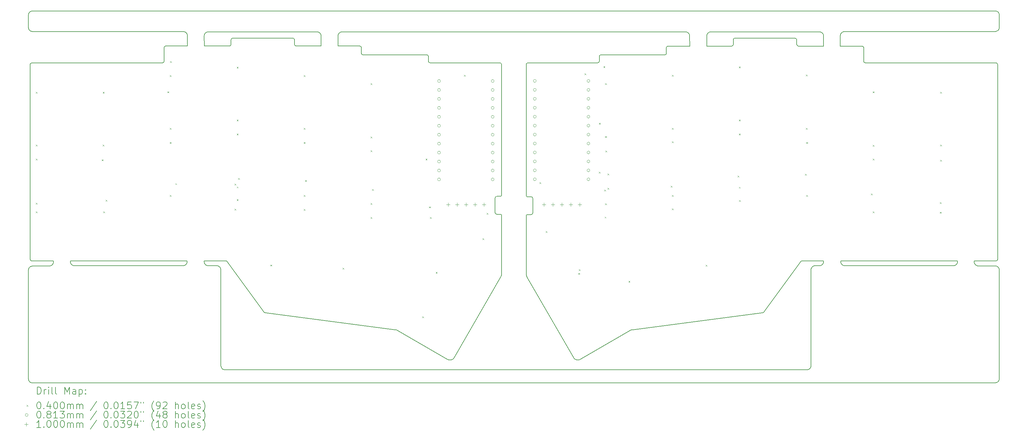
<source format=gbr>
%TF.GenerationSoftware,KiCad,Pcbnew,(6.0.9-0)*%
%TF.CreationDate,2022-12-17T11:17:15-06:00*%
%TF.ProjectId,corne-ice,636f726e-652d-4696-9365-2e6b69636164,0.1*%
%TF.SameCoordinates,Original*%
%TF.FileFunction,Drillmap*%
%TF.FilePolarity,Positive*%
%FSLAX45Y45*%
G04 Gerber Fmt 4.5, Leading zero omitted, Abs format (unit mm)*
G04 Created by KiCad (PCBNEW (6.0.9-0)) date 2022-12-17 11:17:15*
%MOMM*%
%LPD*%
G01*
G04 APERTURE LIST*
%ADD10C,0.200000*%
%ADD11C,0.040000*%
%ADD12C,0.081280*%
%ADD13C,0.100000*%
G04 APERTURE END LIST*
D10*
X1780750Y-8302031D02*
X1781250Y-8325000D01*
X1781250Y-8325000D02*
X1781230Y-8325200D01*
X1781230Y-8325200D02*
X1781230Y-8325200D01*
X1781230Y-8325200D02*
X1778960Y-8348300D01*
X1778960Y-8348300D02*
X1778960Y-8348300D01*
X1778960Y-8348300D02*
X1778960Y-8348300D01*
X1778960Y-8348300D02*
X1778960Y-8348400D01*
X1778960Y-8348400D02*
X1778860Y-8348800D01*
X1778860Y-8348800D02*
X1778770Y-8349300D01*
X1778770Y-8349300D02*
X1772080Y-8371400D01*
X1772080Y-8371400D02*
X1772060Y-8371500D01*
X1772060Y-8371500D02*
X1771880Y-8371900D01*
X1771880Y-8371900D02*
X1771700Y-8372400D01*
X1771700Y-8372400D02*
X1760820Y-8392800D01*
X1760820Y-8392800D02*
X1760790Y-8392900D01*
X1760790Y-8392900D02*
X1760540Y-8393200D01*
X1760540Y-8393200D02*
X1760280Y-8393600D01*
X1760280Y-8393600D02*
X1745640Y-8411600D01*
X1745640Y-8411600D02*
X1745640Y-8411600D01*
X1745640Y-8411600D02*
X1745640Y-8411600D01*
X1745640Y-8411600D02*
X1745590Y-8411600D01*
X1745590Y-8411600D02*
X1745270Y-8412000D01*
X1745270Y-8412000D02*
X1744950Y-8412300D01*
X1744950Y-8412300D02*
X1727090Y-8427100D01*
X1727090Y-8427100D02*
X1727040Y-8427100D01*
X1727040Y-8427100D02*
X1726660Y-8427300D01*
X1726660Y-8427300D02*
X1726280Y-8427600D01*
X1726280Y-8427600D02*
X1705900Y-8438600D01*
X1705900Y-8438600D02*
X1705900Y-8438600D01*
X1705900Y-8438600D02*
X1705900Y-8438600D01*
X1705900Y-8438600D02*
X1705830Y-8438700D01*
X1705830Y-8438700D02*
X1705420Y-8438800D01*
X1705420Y-8438800D02*
X1705000Y-8439000D01*
X1705000Y-8439000D02*
X1682860Y-8445900D01*
X1682860Y-8445900D02*
X1682790Y-8445900D01*
X1682790Y-8445900D02*
X1682350Y-8446000D01*
X1682350Y-8446000D02*
X1681900Y-8446000D01*
X1681900Y-8446000D02*
X1658850Y-8448500D01*
X1658850Y-8448500D02*
X1658780Y-8448500D01*
X1658780Y-8448500D02*
X1658560Y-8448500D01*
X1658560Y-8448500D02*
X1658350Y-8448500D01*
X1658350Y-8448500D02*
X1657750Y-8448500D01*
X1657750Y-8448500D02*
X1657740Y-8448500D01*
X1657740Y-8448500D02*
X1182520Y-8448500D01*
X1182520Y-8448500D02*
X1181940Y-8448500D01*
X1181940Y-8448500D02*
X1159630Y-8450800D01*
X1159630Y-8450800D02*
X1138430Y-8457400D01*
X1138430Y-8457400D02*
X1118910Y-8468000D01*
X1118910Y-8468000D02*
X1101800Y-8482100D01*
X1101800Y-8482100D02*
X1087780Y-8499300D01*
X1087780Y-8499300D02*
X1077360Y-8518900D01*
X1077360Y-8518900D02*
X1070940Y-8540200D01*
X1070940Y-8540200D02*
X1068750Y-8562500D01*
X1068750Y-11649700D02*
X1068750Y-11650300D01*
X1068750Y-11650300D02*
X1071100Y-11672600D01*
X1071100Y-11672600D02*
X1077660Y-11693800D01*
X1077660Y-11693800D02*
X1088220Y-11713300D01*
X1088220Y-11713300D02*
X1102360Y-11730400D01*
X1102360Y-11730400D02*
X1119570Y-11744500D01*
X1119570Y-11744500D02*
X1139160Y-11754900D01*
X1139160Y-11754900D02*
X1160410Y-11761300D01*
X1160410Y-11761300D02*
X1182740Y-11763500D01*
X1182740Y-11763500D02*
X28505750Y-11762600D01*
X28505550Y-1203850D02*
X1182520Y-1204750D01*
X1182520Y-1204750D02*
X1181940Y-1204750D01*
X1181940Y-1204750D02*
X1159630Y-1207100D01*
X1159630Y-1207100D02*
X1138430Y-1213660D01*
X1138430Y-1213660D02*
X1118910Y-1224220D01*
X1118910Y-1224220D02*
X1101800Y-1238370D01*
X1101800Y-1238370D02*
X1087780Y-1255570D01*
X1087780Y-1255570D02*
X1077360Y-1275160D01*
X1077360Y-1275160D02*
X1070940Y-1296410D01*
X1070940Y-1296410D02*
X1068750Y-1318750D01*
X1068750Y-1318750D02*
X1068750Y-1674730D01*
X1068750Y-1674730D02*
X1068750Y-1675310D01*
X1068750Y-1675310D02*
X1071100Y-1697620D01*
X1071100Y-1697620D02*
X1077660Y-1718820D01*
X1077660Y-1718820D02*
X1088220Y-1738350D01*
X1088220Y-1738350D02*
X1102360Y-1755450D01*
X1102360Y-1755450D02*
X1119570Y-1769480D01*
X1119570Y-1769480D02*
X1139160Y-1779900D01*
X1139160Y-1779900D02*
X1160410Y-1786310D01*
X1160410Y-1786310D02*
X1182740Y-1788500D01*
X1182740Y-1788500D02*
X5457740Y-1788500D01*
X5457740Y-1788500D02*
X5457990Y-1788530D01*
X5457990Y-1788530D02*
X5457990Y-1788530D01*
X5457990Y-1788530D02*
X5481050Y-1790790D01*
X5481050Y-1790790D02*
X5481050Y-1790790D01*
X5481050Y-1790790D02*
X5481050Y-1790790D01*
X5481050Y-1790790D02*
X5481120Y-1790790D01*
X5481120Y-1790790D02*
X5481560Y-1790890D01*
X5481560Y-1790890D02*
X5482010Y-1790980D01*
X5482010Y-1790980D02*
X5504200Y-1797680D01*
X5504200Y-1797680D02*
X5504260Y-1797700D01*
X5504260Y-1797700D02*
X5504680Y-1797870D01*
X5504680Y-1797870D02*
X5505100Y-1798050D01*
X5505100Y-1798050D02*
X5525560Y-1808930D01*
X5525560Y-1808930D02*
X5525560Y-1808930D01*
X5525560Y-1808930D02*
X5525560Y-1808930D01*
X5525560Y-1808930D02*
X5525620Y-1808960D01*
X5525620Y-1808960D02*
X5526000Y-1809220D01*
X5526000Y-1809220D02*
X5526380Y-1809470D01*
X5526380Y-1809470D02*
X5544340Y-1824120D01*
X5544340Y-1824120D02*
X5544390Y-1824160D01*
X5544390Y-1824160D02*
X5544700Y-1824480D01*
X5544700Y-1824480D02*
X5545030Y-1824800D01*
X5545030Y-1824800D02*
X5559800Y-1842660D01*
X5559800Y-1842660D02*
X5559840Y-1842710D01*
X5559840Y-1842710D02*
X5560090Y-1843090D01*
X5560090Y-1843090D02*
X5560350Y-1843470D01*
X5560350Y-1843470D02*
X5571370Y-1863860D01*
X5571370Y-1863860D02*
X5571370Y-1863860D01*
X5571370Y-1863860D02*
X5571370Y-1863860D01*
X5571370Y-1863860D02*
X5571400Y-1863920D01*
X5571400Y-1863920D02*
X5571570Y-1864340D01*
X5571570Y-1864340D02*
X5571750Y-1864760D01*
X5571750Y-1864760D02*
X5578600Y-1886900D01*
X5578600Y-1886900D02*
X5578620Y-1886960D01*
X5578620Y-1886960D02*
X5578710Y-1887410D01*
X5578710Y-1887410D02*
X5578800Y-1887850D01*
X5578800Y-1887850D02*
X5581220Y-1910900D01*
X5581220Y-1910900D02*
X5581230Y-1910970D01*
X5581230Y-1910970D02*
X5581220Y-1911190D01*
X5581220Y-1911190D02*
X5581250Y-1911410D01*
X5581250Y-1911410D02*
X5581250Y-1912000D01*
X5581250Y-1912000D02*
X5581250Y-1912010D01*
X5581250Y-1912010D02*
X5581750Y-2202025D01*
X6055750Y-8302107D02*
X6056250Y-8324700D01*
X6056250Y-8324700D02*
X6056250Y-8325300D01*
X6056250Y-8325300D02*
X6058600Y-8347600D01*
X6058600Y-8347600D02*
X6065160Y-8368800D01*
X6065160Y-8368800D02*
X6075720Y-8388300D01*
X6075720Y-8388300D02*
X6089860Y-8405400D01*
X6089860Y-8405400D02*
X6107070Y-8419500D01*
X6107070Y-8419500D02*
X6126660Y-8429900D01*
X6126660Y-8429900D02*
X6147910Y-8436300D01*
X6147910Y-8436300D02*
X6170240Y-8438500D01*
X6170240Y-8438500D02*
X6407740Y-8438500D01*
X6407740Y-8438500D02*
X6407990Y-8438500D01*
X6407990Y-8438500D02*
X6407990Y-8438500D01*
X6407990Y-8438500D02*
X6431050Y-8440800D01*
X6431050Y-8440800D02*
X6431050Y-8440800D01*
X6431050Y-8440800D02*
X6431050Y-8440800D01*
X6431050Y-8440800D02*
X6431120Y-8440800D01*
X6431120Y-8440800D02*
X6431560Y-8440900D01*
X6431560Y-8440900D02*
X6432010Y-8441000D01*
X6432010Y-8441000D02*
X6454200Y-8447700D01*
X6454200Y-8447700D02*
X6454260Y-8447700D01*
X6454260Y-8447700D02*
X6454680Y-8447900D01*
X6454680Y-8447900D02*
X6455100Y-8448000D01*
X6455100Y-8448000D02*
X6475560Y-8458900D01*
X6475560Y-8458900D02*
X6475560Y-8458900D01*
X6475560Y-8458900D02*
X6475560Y-8458900D01*
X6475560Y-8458900D02*
X6475620Y-8459000D01*
X6475620Y-8459000D02*
X6476000Y-8459200D01*
X6476000Y-8459200D02*
X6476380Y-8459500D01*
X6476380Y-8459500D02*
X6494340Y-8474100D01*
X6494340Y-8474100D02*
X6494390Y-8474200D01*
X6494390Y-8474200D02*
X6494700Y-8474500D01*
X6494700Y-8474500D02*
X6495030Y-8474800D01*
X6495030Y-8474800D02*
X6509800Y-8492700D01*
X6509800Y-8492700D02*
X6509840Y-8492700D01*
X6509840Y-8492700D02*
X6510090Y-8493100D01*
X6510090Y-8493100D02*
X6510350Y-8493500D01*
X6510350Y-8493500D02*
X6521370Y-8513900D01*
X6521370Y-8513900D02*
X6521370Y-8513900D01*
X6521370Y-8513900D02*
X6521370Y-8513900D01*
X6521370Y-8513900D02*
X6521400Y-8513900D01*
X6521400Y-8513900D02*
X6521570Y-8514300D01*
X6521570Y-8514300D02*
X6521750Y-8514800D01*
X6521750Y-8514800D02*
X6528600Y-8536900D01*
X6528600Y-8536900D02*
X6528620Y-8537000D01*
X6528620Y-8537000D02*
X6528710Y-8537400D01*
X6528710Y-8537400D02*
X6528800Y-8537900D01*
X6528800Y-8537900D02*
X6531220Y-8560900D01*
X6531220Y-8560900D02*
X6531230Y-8561000D01*
X6531230Y-8561000D02*
X6531220Y-8561200D01*
X6531220Y-8561200D02*
X6531250Y-8561400D01*
X6531250Y-8561400D02*
X6531250Y-8562000D01*
X6531250Y-8562000D02*
X6531250Y-8562000D01*
X6531250Y-8562000D02*
X6531250Y-11279700D01*
X6531250Y-11279700D02*
X6531250Y-11280300D01*
X6531250Y-11280300D02*
X6533600Y-11302600D01*
X6533600Y-11302600D02*
X6540160Y-11323800D01*
X6540160Y-11323800D02*
X6550720Y-11343300D01*
X6550720Y-11343300D02*
X6564860Y-11360400D01*
X6564860Y-11360400D02*
X6582070Y-11374500D01*
X6582070Y-11374500D02*
X6601660Y-11384900D01*
X6601660Y-11384900D02*
X6622910Y-11391300D01*
X6622910Y-11391300D02*
X6645240Y-11393500D01*
X6645450Y-11393400D02*
X23161950Y-11392600D01*
X19718050Y-1797600D02*
X9970050Y-1798500D01*
X9970050Y-1798500D02*
X9969450Y-1798500D01*
X9969450Y-1798500D02*
X9947150Y-1800850D01*
X9947150Y-1800850D02*
X9925950Y-1807410D01*
X9925950Y-1807410D02*
X9906450Y-1817970D01*
X9906450Y-1817970D02*
X9889350Y-1832120D01*
X9889350Y-1832120D02*
X9875250Y-1849320D01*
X9875250Y-1849320D02*
X9864850Y-1868910D01*
X9864850Y-1868910D02*
X9858450Y-1890160D01*
X9858450Y-1890160D02*
X9856250Y-1912500D01*
X9856250Y-1912500D02*
X9856750Y-2201873D01*
X2256750Y-8302031D02*
X2256250Y-8324700D01*
X2256250Y-8324700D02*
X2256250Y-8325300D01*
X2256250Y-8325300D02*
X2258600Y-8347600D01*
X2258600Y-8347600D02*
X2265160Y-8368800D01*
X2265160Y-8368800D02*
X2275720Y-8388300D01*
X2275720Y-8388300D02*
X2289860Y-8405400D01*
X2289860Y-8405400D02*
X2307070Y-8419500D01*
X2307070Y-8419500D02*
X2326660Y-8429900D01*
X2326660Y-8429900D02*
X2347910Y-8436300D01*
X2347910Y-8436300D02*
X2370240Y-8438500D01*
X2370240Y-8438500D02*
X5457480Y-8438500D01*
X5457480Y-8438500D02*
X5458060Y-8438500D01*
X5458060Y-8438500D02*
X5480370Y-8436200D01*
X5480370Y-8436200D02*
X5501570Y-8429600D01*
X5501570Y-8429600D02*
X5521090Y-8419000D01*
X5521090Y-8419000D02*
X5538200Y-8404900D01*
X5538200Y-8404900D02*
X5552220Y-8387700D01*
X5552220Y-8387700D02*
X5562640Y-8368100D01*
X5562640Y-8368100D02*
X5569060Y-8346800D01*
X5569060Y-8346800D02*
X5571250Y-8324500D01*
X5571250Y-8324500D02*
X5571750Y-8302031D01*
X9372750Y-2202025D02*
X9371250Y-1912270D01*
X9371250Y-1912270D02*
X9371250Y-1911690D01*
X9371250Y-1911690D02*
X9368900Y-1889380D01*
X9368900Y-1889380D02*
X9362340Y-1868180D01*
X9362340Y-1868180D02*
X9351780Y-1848660D01*
X9351780Y-1848660D02*
X9337630Y-1831560D01*
X9337630Y-1831560D02*
X9320430Y-1817530D01*
X9320430Y-1817530D02*
X9300840Y-1807110D01*
X9300840Y-1807110D02*
X9279590Y-1800690D01*
X9279590Y-1800690D02*
X9257260Y-1798500D01*
X9257260Y-1798500D02*
X6170020Y-1798500D01*
X6170020Y-1798500D02*
X6169440Y-1798500D01*
X6169440Y-1798500D02*
X6147130Y-1800850D01*
X6147130Y-1800850D02*
X6125930Y-1807410D01*
X6125930Y-1807410D02*
X6106410Y-1817970D01*
X6106410Y-1817970D02*
X6089300Y-1832120D01*
X6089300Y-1832120D02*
X6075280Y-1849320D01*
X6075280Y-1849320D02*
X6064860Y-1868910D01*
X6064860Y-1868910D02*
X6058440Y-1890160D01*
X6058440Y-1890160D02*
X6056250Y-1912500D01*
X6056250Y-1912500D02*
X6057750Y-2201873D01*
X1068750Y-8562500D02*
X1068750Y-11649700D01*
X23631750Y-2202673D02*
X23631950Y-1911370D01*
X23631950Y-1911370D02*
X23631950Y-1910790D01*
X23631950Y-1910790D02*
X23629650Y-1888480D01*
X23629650Y-1888480D02*
X23623050Y-1867280D01*
X23623050Y-1867280D02*
X23612550Y-1847760D01*
X23612550Y-1847760D02*
X23598350Y-1830660D01*
X23598350Y-1830660D02*
X23581150Y-1816630D01*
X23581150Y-1816630D02*
X23561550Y-1806210D01*
X23561550Y-1806210D02*
X23540350Y-1799790D01*
X23540350Y-1799790D02*
X23518050Y-1797600D01*
X23518050Y-1797600D02*
X20430750Y-1797600D01*
X20430750Y-1797600D02*
X20430150Y-1797600D01*
X20430150Y-1797600D02*
X20407850Y-1799950D01*
X20407850Y-1799950D02*
X20386650Y-1806510D01*
X20386650Y-1806510D02*
X20367150Y-1817070D01*
X20367150Y-1817070D02*
X20350050Y-1831220D01*
X20350050Y-1831220D02*
X20336050Y-1848420D01*
X20336050Y-1848420D02*
X20325650Y-1868010D01*
X20325650Y-1868010D02*
X20319150Y-1889260D01*
X20319150Y-1889260D02*
X20317050Y-1911600D01*
X20317050Y-1911600D02*
X20316750Y-2202825D01*
X28030250Y-8447600D02*
X28007150Y-8445300D01*
X28586450Y-11729000D02*
X28600450Y-11711800D01*
X19781150Y-1816630D02*
X19761550Y-1806210D01*
X19798350Y-1830660D02*
X19781150Y-1816630D01*
X28619450Y-8560800D02*
X28619550Y-11648600D01*
X19832750Y-2202673D02*
X19831950Y-1911370D01*
X19831950Y-1911370D02*
X19831950Y-1910790D01*
X19831950Y-1910790D02*
X19829650Y-1888480D01*
X19829650Y-1888480D02*
X19823050Y-1867280D01*
X19823050Y-1867280D02*
X19812550Y-1847760D01*
X19812550Y-1847760D02*
X19798350Y-1830660D01*
X19761550Y-1806210D02*
X19740350Y-1799790D01*
X19740350Y-1799790D02*
X19718050Y-1797600D01*
X24117750Y-8302731D02*
X24117050Y-8323800D01*
X24117050Y-8323800D02*
X24117050Y-8324400D01*
X24117050Y-8324400D02*
X24119350Y-8346700D01*
X24119350Y-8346700D02*
X24125950Y-8367900D01*
X24125950Y-8367900D02*
X24136450Y-8387400D01*
X24136450Y-8387400D02*
X24150650Y-8404500D01*
X24150650Y-8404500D02*
X24167850Y-8418600D01*
X24167850Y-8418600D02*
X24187450Y-8429000D01*
X24187450Y-8429000D02*
X24208650Y-8435400D01*
X24208650Y-8435400D02*
X24230950Y-8437600D01*
X24230950Y-8437600D02*
X27318250Y-8437600D01*
X27318250Y-8437600D02*
X27318850Y-8437600D01*
X27318850Y-8437600D02*
X27341150Y-8435300D01*
X27341150Y-8435300D02*
X27362350Y-8428700D01*
X27362350Y-8428700D02*
X27381850Y-8418100D01*
X27381850Y-8418100D02*
X27398950Y-8404000D01*
X27398950Y-8404000D02*
X27412950Y-8386800D01*
X27412950Y-8386800D02*
X27423350Y-8367200D01*
X27423350Y-8367200D02*
X27429850Y-8345900D01*
X27429850Y-8345900D02*
X27431950Y-8323600D01*
X27431950Y-8323600D02*
X27432750Y-8302731D01*
X23161950Y-11392600D02*
X23162550Y-11392600D01*
X23162550Y-11392600D02*
X23184850Y-11390300D01*
X23184850Y-11390300D02*
X23206050Y-11383700D01*
X23206050Y-11383700D02*
X23225550Y-11373100D01*
X23225550Y-11373100D02*
X23242650Y-11359000D01*
X23242650Y-11359000D02*
X23256750Y-11341800D01*
X23256750Y-11341800D02*
X23267150Y-11322200D01*
X23267150Y-11322200D02*
X23273550Y-11300900D01*
X23273550Y-11300900D02*
X23275750Y-11278600D01*
X23275750Y-11278600D02*
X23275750Y-8561100D01*
X23275750Y-8561100D02*
X23275750Y-8560900D01*
X23275750Y-8560900D02*
X23275750Y-8560900D01*
X23275750Y-8560900D02*
X23278050Y-8537800D01*
X23278050Y-8537800D02*
X23278050Y-8537800D01*
X23278050Y-8537800D02*
X23278050Y-8537800D01*
X23278050Y-8537800D02*
X23278050Y-8537700D01*
X23278050Y-8537700D02*
X23278150Y-8537300D01*
X23278150Y-8537300D02*
X23278250Y-8536800D01*
X23278250Y-8536800D02*
X23284950Y-8514700D01*
X23284950Y-8514700D02*
X23284950Y-8514600D01*
X23284950Y-8514600D02*
X23285150Y-8514200D01*
X23285150Y-8514200D02*
X23285250Y-8513800D01*
X23285250Y-8513800D02*
X23296150Y-8493300D01*
X23296150Y-8493300D02*
X23296150Y-8493300D01*
X23296150Y-8493300D02*
X23296150Y-8493300D01*
X23296150Y-8493300D02*
X23296250Y-8493200D01*
X23296250Y-8493200D02*
X23296450Y-8492900D01*
X23296450Y-8492900D02*
X23296750Y-8492500D01*
X23296750Y-8492500D02*
X23311350Y-8474500D01*
X23311350Y-8474500D02*
X23311450Y-8474500D01*
X23311450Y-8474500D02*
X23311750Y-8474100D01*
X23311750Y-8474100D02*
X23312050Y-8473800D01*
X23312050Y-8473800D02*
X23329950Y-8459100D01*
X23329950Y-8459100D02*
X23329950Y-8459000D01*
X23329950Y-8459000D02*
X23330350Y-8458800D01*
X23330350Y-8458800D02*
X23330750Y-8458500D01*
X23330750Y-8458500D02*
X23351150Y-8447500D01*
X23351150Y-8447500D02*
X23351150Y-8447500D01*
X23351150Y-8447500D02*
X23351150Y-8447500D01*
X23351150Y-8447500D02*
X23351150Y-8447400D01*
X23351150Y-8447400D02*
X23351550Y-8447300D01*
X23351550Y-8447300D02*
X23352050Y-8447100D01*
X23352050Y-8447100D02*
X23374150Y-8440300D01*
X23374150Y-8440300D02*
X23374150Y-8440300D01*
X23374150Y-8440300D02*
X23374250Y-8440200D01*
X23374250Y-8440200D02*
X23374650Y-8440100D01*
X23374650Y-8440100D02*
X23375050Y-8440100D01*
X23375050Y-8440100D02*
X23398150Y-8437600D01*
X23398150Y-8437600D02*
X23398250Y-8437600D01*
X23398250Y-8437600D02*
X23398450Y-8437600D01*
X23398450Y-8437600D02*
X23398650Y-8437600D01*
X23398650Y-8437600D02*
X23399250Y-8437600D01*
X23399250Y-8437600D02*
X23399250Y-8437600D01*
X23399250Y-8437600D02*
X23518250Y-8437600D01*
X23518250Y-8437600D02*
X23518850Y-8437600D01*
X23518850Y-8437600D02*
X23541150Y-8435300D01*
X23541150Y-8435300D02*
X23562350Y-8428700D01*
X23562350Y-8428700D02*
X23581850Y-8418100D01*
X23581850Y-8418100D02*
X23598950Y-8404000D01*
X23598950Y-8404000D02*
X23612950Y-8386800D01*
X23612950Y-8386800D02*
X23623350Y-8367200D01*
X23623350Y-8367200D02*
X23629850Y-8345900D01*
X23629850Y-8345900D02*
X23632050Y-8323600D01*
X23632050Y-8323600D02*
X23632750Y-8302807D01*
X24109250Y-1887730D02*
X24109350Y-1887290D01*
X24109350Y-1887290D02*
X24109450Y-1886840D01*
X24109450Y-1886840D02*
X24116150Y-1864650D01*
X24116150Y-1864650D02*
X24116150Y-1864590D01*
X24116150Y-1864590D02*
X24116350Y-1864170D01*
X24116350Y-1864170D02*
X24116550Y-1863750D01*
X24116550Y-1863750D02*
X24127450Y-1843290D01*
X24127450Y-1843290D02*
X24127450Y-1843290D01*
X24127450Y-1843290D02*
X24127450Y-1843290D01*
X24127450Y-1843290D02*
X24127450Y-1843230D01*
X24127450Y-1843230D02*
X24127750Y-1842850D01*
X24127750Y-1842850D02*
X24127950Y-1842480D01*
X24127950Y-1842480D02*
X24142650Y-1824520D01*
X24142650Y-1824520D02*
X24142650Y-1824460D01*
X24142650Y-1824460D02*
X24142950Y-1824150D01*
X24142950Y-1824150D02*
X24143350Y-1823820D01*
X24143350Y-1823820D02*
X24161150Y-1809050D01*
X24161150Y-1809050D02*
X24161250Y-1809010D01*
X24161250Y-1809010D02*
X24161550Y-1808760D01*
X24161550Y-1808760D02*
X24161950Y-1808510D01*
X24161950Y-1808510D02*
X24182350Y-1797480D01*
X24182350Y-1797480D02*
X24182350Y-1797480D01*
X24182350Y-1797480D02*
X24182350Y-1797480D01*
X24182350Y-1797480D02*
X24182450Y-1797450D01*
X24182450Y-1797450D02*
X24182850Y-1797280D01*
X24182850Y-1797280D02*
X24183250Y-1797100D01*
X24183250Y-1797100D02*
X24205350Y-1790250D01*
X24205350Y-1790250D02*
X24205350Y-1790250D01*
X24205350Y-1790250D02*
X24205450Y-1790230D01*
X24205450Y-1790230D02*
X24205950Y-1790150D01*
X24205950Y-1790150D02*
X24206350Y-1790050D01*
X24206350Y-1790050D02*
X24229350Y-1787630D01*
X24229350Y-1787630D02*
X24229450Y-1787630D01*
X24229450Y-1787630D02*
X24229650Y-1787630D01*
X24229650Y-1787630D02*
X24229950Y-1787600D01*
X24229950Y-1787600D02*
X24230450Y-1787600D01*
X24230450Y-1787600D02*
X24230550Y-1787600D01*
X24230550Y-1787600D02*
X28505750Y-1787600D01*
X28505750Y-1787600D02*
X28506350Y-1787600D01*
X28506350Y-1787600D02*
X28528650Y-1785260D01*
X28528650Y-1785260D02*
X28549850Y-1778690D01*
X28549850Y-1778690D02*
X28569350Y-1768140D01*
X28569350Y-1768140D02*
X28586450Y-1753990D01*
X28586450Y-1753990D02*
X28600450Y-1736790D01*
X28600450Y-1736790D02*
X28610850Y-1717190D01*
X28610850Y-1717190D02*
X28617350Y-1695940D01*
X28617350Y-1695940D02*
X28619550Y-1673610D01*
X28619550Y-1673610D02*
X28619450Y-1317620D01*
X28619450Y-1317620D02*
X28619450Y-1317040D01*
X28619450Y-1317040D02*
X28617150Y-1294730D01*
X28617150Y-1294730D02*
X28610550Y-1273530D01*
X28610550Y-1273530D02*
X28600050Y-1254010D01*
X28600050Y-1254010D02*
X28585850Y-1236910D01*
X28585850Y-1236910D02*
X28568650Y-1222880D01*
X28568650Y-1222880D02*
X28549050Y-1212460D01*
X28549050Y-1212460D02*
X28527850Y-1206040D01*
X28527850Y-1206040D02*
X28505550Y-1203850D01*
X24107750Y-2202825D02*
X24106950Y-1911110D01*
X24106950Y-1911110D02*
X24107050Y-1910860D01*
X24107050Y-1910860D02*
X24109250Y-1887800D01*
X24109250Y-1887800D02*
X24109250Y-1887800D01*
X24109250Y-1887800D02*
X24109250Y-1887800D01*
X24109250Y-1887800D02*
X24109250Y-1887730D01*
X27907050Y-8325100D02*
X27907050Y-8324900D01*
X27907050Y-8324900D02*
X27907050Y-8324700D01*
X27907050Y-8324700D02*
X27907050Y-8324100D01*
X27907050Y-8324100D02*
X27906950Y-8324100D01*
X27906950Y-8324100D02*
X27907750Y-8302807D01*
X27916550Y-8371300D02*
X27909650Y-8349200D01*
X27909650Y-8349200D02*
X27909650Y-8349100D01*
X27909650Y-8349100D02*
X27909550Y-8348700D01*
X27909550Y-8348700D02*
X27909450Y-8348300D01*
X27909450Y-8348300D02*
X27907050Y-8325200D01*
X27907050Y-8325200D02*
X27907050Y-8325100D01*
X28505750Y-11762600D02*
X28506350Y-11762600D01*
X28506350Y-11762600D02*
X28528650Y-11760300D01*
X28528650Y-11760300D02*
X28549850Y-11753700D01*
X28549850Y-11753700D02*
X28569350Y-11743100D01*
X28569350Y-11743100D02*
X28586450Y-11729000D01*
X28600450Y-11711800D02*
X28610850Y-11692200D01*
X28610850Y-11692200D02*
X28617350Y-11670900D01*
X28617350Y-11670900D02*
X28619550Y-11648600D01*
X28619450Y-8560800D02*
X28617150Y-8538500D01*
X28617150Y-8538500D02*
X28610550Y-8517300D01*
X28610550Y-8517300D02*
X28600050Y-8497800D01*
X28600050Y-8497800D02*
X28585850Y-8480700D01*
X28585850Y-8480700D02*
X28568650Y-8466600D01*
X28568650Y-8466600D02*
X28549050Y-8456200D01*
X28549050Y-8456200D02*
X28527850Y-8449800D01*
X28527850Y-8449800D02*
X28505550Y-8447600D01*
X28505550Y-8447600D02*
X28030550Y-8447600D01*
X28030550Y-8447600D02*
X28030250Y-8447600D01*
X28030250Y-8447600D02*
X28030250Y-8447600D01*
X28007150Y-8445300D02*
X28007150Y-8445300D01*
X28007150Y-8445300D02*
X28007150Y-8445300D01*
X28007150Y-8445300D02*
X28007150Y-8445300D01*
X28007150Y-8445300D02*
X28006650Y-8445200D01*
X28006650Y-8445200D02*
X28006250Y-8445100D01*
X28006250Y-8445100D02*
X27984050Y-8438400D01*
X27984050Y-8438400D02*
X27983950Y-8438400D01*
X27983950Y-8438400D02*
X27983550Y-8438200D01*
X27983550Y-8438200D02*
X27983150Y-8438100D01*
X27983150Y-8438100D02*
X27962650Y-8427200D01*
X27962650Y-8427200D02*
X27962650Y-8427200D01*
X27962650Y-8427200D02*
X27962650Y-8427100D01*
X27962650Y-8427100D02*
X27962250Y-8426900D01*
X27962250Y-8426900D02*
X27961850Y-8426600D01*
X27961850Y-8426600D02*
X27943950Y-8412000D01*
X27943950Y-8412000D02*
X27943950Y-8412000D01*
X27943950Y-8412000D02*
X27943950Y-8412000D01*
X27943950Y-8412000D02*
X27943850Y-8411900D01*
X27943850Y-8411900D02*
X27943550Y-8411600D01*
X27943550Y-8411600D02*
X27943250Y-8411300D01*
X27943250Y-8411300D02*
X27928450Y-8393400D01*
X27928450Y-8393400D02*
X27928450Y-8393400D01*
X27928450Y-8393400D02*
X27928150Y-8393000D01*
X27928150Y-8393000D02*
X27927950Y-8392600D01*
X27927950Y-8392600D02*
X27916850Y-8372200D01*
X27916850Y-8372200D02*
X27916850Y-8372200D01*
X27916850Y-8372200D02*
X27916850Y-8372200D01*
X27916850Y-8372200D02*
X27916850Y-8372200D01*
X27916850Y-8372200D02*
X27916650Y-8371800D01*
X27916650Y-8371800D02*
X27916550Y-8371300D01*
X18162950Y-10267800D02*
X18183119Y-10262377D01*
X18203571Y-10258200D01*
X18224248Y-10255278D01*
X18228406Y-10254846D01*
X15218179Y-8762572D02*
X15209231Y-8744685D01*
X15201683Y-8723223D01*
X15197065Y-8700959D01*
X15195456Y-8678190D01*
X15195470Y-8675323D01*
X19170618Y-2402571D02*
X19170618Y-2252711D01*
X17320484Y-2452609D02*
X19120580Y-2452609D01*
X15195470Y-2727817D02*
X15200402Y-2706148D01*
X15213664Y-2689248D01*
X15232967Y-2679406D01*
X15245458Y-2677830D01*
X15195522Y-2727690D02*
X15195522Y-6450000D01*
X24117750Y-8302731D02*
X27432750Y-8302731D01*
X28570463Y-2727817D02*
X28570640Y-8252693D01*
X24820588Y-2677653D02*
X28520450Y-2677830D01*
X21120574Y-1977629D02*
X22820594Y-1977629D01*
X21070536Y-2152635D02*
X21070536Y-2027667D01*
X19220656Y-2202673D02*
X19832750Y-2202673D01*
X18162950Y-10267800D02*
X16733542Y-11093908D01*
X17270700Y-2502647D02*
X17270471Y-2627818D01*
X17270471Y-2502824D02*
X17275397Y-2481146D01*
X17288657Y-2464238D01*
X17307962Y-2454390D01*
X17320458Y-2452812D01*
X24770550Y-2252711D02*
X24770550Y-2627615D01*
X22920670Y-2202673D02*
X23631750Y-2202673D01*
X22870632Y-2027667D02*
X22870632Y-2152635D01*
X15245559Y-2677653D02*
X17220459Y-2677830D01*
X28570463Y-8252820D02*
X28565527Y-8274496D01*
X28552258Y-8291398D01*
X28532947Y-8301236D01*
X28520451Y-8302807D01*
X28520451Y-8302807D02*
X28520450Y-8302807D01*
X28520450Y-2677830D02*
X28542128Y-2682755D01*
X28559037Y-2696015D01*
X28568885Y-2715322D01*
X28570463Y-2727817D01*
X28570463Y-2727817D02*
X28570463Y-2727817D01*
X24820461Y-2677830D02*
X24798783Y-2672905D01*
X24781874Y-2659644D01*
X24772026Y-2640338D01*
X24770449Y-2627843D01*
X24770449Y-2627843D02*
X24770449Y-2627818D01*
X24720462Y-2202825D02*
X24742131Y-2207758D01*
X24759030Y-2221019D01*
X24768873Y-2240321D01*
X24770449Y-2252813D01*
X22920466Y-2202825D02*
X22898788Y-2197900D01*
X22881880Y-2184640D01*
X22872032Y-2165333D01*
X22870454Y-2152838D01*
X22870454Y-2152838D02*
X22870454Y-2152813D01*
X22820467Y-1977807D02*
X22842143Y-1982743D01*
X22859045Y-1996012D01*
X22868883Y-2015323D01*
X22870454Y-2027819D01*
X22870454Y-2027819D02*
X22870454Y-2027819D01*
X21070459Y-2027819D02*
X21075384Y-2006141D01*
X21088645Y-1989232D01*
X21107951Y-1979384D01*
X21120447Y-1977807D01*
X21120447Y-1977807D02*
X21120447Y-1977807D01*
X21070459Y-2152813D02*
X21065534Y-2174491D01*
X21052274Y-2191400D01*
X21032967Y-2201248D01*
X21020472Y-2202825D01*
X21020472Y-2202825D02*
X21020447Y-2202825D01*
X19170465Y-2252813D02*
X19175398Y-2231143D01*
X19188659Y-2214244D01*
X19207961Y-2204401D01*
X19220452Y-2202825D01*
X19170465Y-2402825D02*
X19165529Y-2424500D01*
X19152260Y-2441402D01*
X19132949Y-2451241D01*
X19120453Y-2452812D01*
X16540730Y-11055961D02*
X15218128Y-8762725D01*
X16541040Y-11056423D02*
X16540730Y-11055961D01*
X16733542Y-11093908D02*
X16715136Y-11104387D01*
X16695861Y-11111787D01*
X16676044Y-11116172D01*
X16656010Y-11117605D01*
X16629527Y-11115034D01*
X16604014Y-11107479D01*
X16585982Y-11098634D01*
X16569258Y-11087133D01*
X16554168Y-11073042D01*
X16541040Y-11056423D01*
X21895451Y-9777809D02*
X18228406Y-10254846D01*
X21930807Y-9763179D02*
X21913452Y-9774462D01*
X21895451Y-9777809D01*
X22985109Y-8317463D02*
X21930807Y-9763179D01*
X17270471Y-2627818D02*
X17265546Y-2649496D01*
X17252285Y-2666405D01*
X17232978Y-2676253D01*
X17220483Y-2677830D01*
X17220483Y-2677830D02*
X17220459Y-2677830D01*
X6669034Y-8302007D02*
X6055750Y-8302107D01*
X1169050Y-8302007D02*
X1780750Y-8302031D01*
X4969038Y-2202025D02*
X5581750Y-2202025D01*
X8669053Y-2202025D02*
X9372750Y-2202025D01*
X12469017Y-2677030D02*
X12469041Y-2677030D01*
X12419029Y-2627018D02*
X12423954Y-2648696D01*
X12437215Y-2665605D01*
X12456521Y-2675453D01*
X12469017Y-2677030D01*
X6704390Y-8316663D02*
X7758693Y-9762379D01*
X7794049Y-9777009D02*
X11461094Y-10254046D01*
X12955958Y-11093108D02*
X12974364Y-11103587D01*
X12993639Y-11110987D01*
X13013456Y-11115372D01*
X13033490Y-11116805D01*
X13059973Y-11114234D01*
X13085486Y-11106679D01*
X13103518Y-11097834D01*
X13120242Y-11086333D01*
X13135332Y-11072242D01*
X13148460Y-11055623D01*
X13148460Y-11055623D02*
X13148770Y-11055161D01*
X13148770Y-11055161D02*
X14471372Y-8761925D01*
X10519035Y-2402025D02*
X10523971Y-2423700D01*
X10537240Y-2440602D01*
X10556551Y-2450441D01*
X10569047Y-2452012D01*
X10519035Y-2252013D02*
X10514102Y-2230343D01*
X10500841Y-2213444D01*
X10481539Y-2203601D01*
X10469048Y-2202025D01*
X8669028Y-2202025D02*
X8669053Y-2202025D01*
X8619041Y-2152013D02*
X8623966Y-2173691D01*
X8637226Y-2190600D01*
X8656533Y-2200448D01*
X8669028Y-2202025D01*
X8569053Y-1977007D02*
X8569053Y-1977007D01*
X8619041Y-2027019D02*
X8614116Y-2005341D01*
X8600855Y-1988432D01*
X8581549Y-1978584D01*
X8569053Y-1977007D01*
X6819046Y-2027019D02*
X6819046Y-2027019D01*
X6869033Y-1977007D02*
X6847357Y-1981943D01*
X6830455Y-1995212D01*
X6820616Y-2014523D01*
X6819046Y-2027019D01*
X6819046Y-2152038D02*
X6819046Y-2152013D01*
X6769033Y-2202025D02*
X6790712Y-2197100D01*
X6807620Y-2183840D01*
X6817468Y-2164533D01*
X6819046Y-2152038D01*
X4969038Y-2202025D02*
X4947369Y-2206958D01*
X4930469Y-2220219D01*
X4920627Y-2239521D01*
X4919051Y-2252013D01*
X4919051Y-2627043D02*
X4919051Y-2627018D01*
X4869039Y-2677030D02*
X4890717Y-2672105D01*
X4907626Y-2658844D01*
X4917474Y-2639538D01*
X4919051Y-2627043D01*
X1119037Y-2727017D02*
X1119037Y-2727017D01*
X1169050Y-2677030D02*
X1147372Y-2681955D01*
X1130463Y-2695215D01*
X1120615Y-2714522D01*
X1119037Y-2727017D01*
X1169049Y-8302007D02*
X1169050Y-8302007D01*
X1119037Y-8252020D02*
X1123973Y-8273696D01*
X1137242Y-8290598D01*
X1156553Y-8300436D01*
X1169049Y-8302007D01*
X14443940Y-2676853D02*
X12469041Y-2677030D01*
X6819046Y-2027019D02*
X6818868Y-2151835D01*
X6768830Y-2201873D02*
X6057750Y-2201873D01*
X4918950Y-2251911D02*
X4918950Y-2626815D01*
X12419029Y-2502024D02*
X12414103Y-2480346D01*
X12400843Y-2463438D01*
X12381538Y-2453590D01*
X12369042Y-2452012D01*
X12418800Y-2501847D02*
X12419029Y-2627018D01*
X11526550Y-10267000D02*
X12955958Y-11093108D01*
X10468844Y-2201873D02*
X9856750Y-2201873D01*
X8618964Y-2151835D02*
X8618964Y-2026867D01*
X8568926Y-1976829D02*
X6868906Y-1976829D01*
X4868912Y-2676853D02*
X1169050Y-2677030D01*
X1119037Y-2727017D02*
X1118860Y-8251893D01*
X5571750Y-8302031D02*
X2256750Y-8302031D01*
X14493978Y-2726890D02*
X14493978Y-6450000D01*
X14494030Y-2727017D02*
X14489097Y-2705348D01*
X14475836Y-2688448D01*
X14456533Y-2678606D01*
X14444042Y-2677030D01*
X12369016Y-2451809D02*
X10568920Y-2451809D01*
X10518882Y-2401771D02*
X10518882Y-2251911D01*
X14471321Y-8761772D02*
X14480269Y-8743885D01*
X14487817Y-8722423D01*
X14492435Y-8700159D01*
X14494044Y-8677390D01*
X14494030Y-8674523D01*
X22985109Y-8317463D02*
X23002462Y-8306165D01*
X23020466Y-8302807D01*
X7758693Y-9762379D02*
X7776048Y-9773662D01*
X7794049Y-9777009D01*
X6704390Y-8316663D02*
X6687037Y-8305365D01*
X6669034Y-8302007D01*
X11526550Y-10267000D02*
X11506380Y-10261577D01*
X11485928Y-10257400D01*
X11465252Y-10254478D01*
X11461094Y-10254046D01*
X15195750Y-7000500D02*
X15195470Y-8675323D01*
X15215750Y-6988000D02*
X15330750Y-6988000D01*
X23020466Y-8302807D02*
X23632750Y-8302807D01*
X14473750Y-6468000D02*
G75*
G03*
X14493750Y-6448000I0J20000D01*
G01*
X15215750Y-6988000D02*
G75*
G03*
X15195750Y-7008000I0J-20000D01*
G01*
X15195750Y-6458000D02*
G75*
G03*
X15215750Y-6478000I20000J0D01*
G01*
X14310750Y-6518000D02*
X14310750Y-6928000D01*
X15380750Y-6528000D02*
G75*
G03*
X15330750Y-6478000I-50000J0D01*
G01*
X14493950Y-6998000D02*
G75*
G03*
X14473750Y-6978000I-20100J-100D01*
G01*
X28520450Y-8302807D02*
X27907750Y-8302807D01*
X14310750Y-6928000D02*
G75*
G03*
X14360750Y-6978000I50000J0D01*
G01*
X14493950Y-6995500D02*
X14494030Y-8674523D01*
X14360750Y-6978000D02*
X14473750Y-6978000D01*
X24720462Y-2202825D02*
X24107750Y-2202825D01*
X14360750Y-6468000D02*
X14473750Y-6468000D01*
X15380750Y-6528000D02*
X15380750Y-6938000D01*
X21020447Y-2202825D02*
X20316750Y-2202825D01*
X15330750Y-6988000D02*
G75*
G03*
X15380750Y-6938000I0J50000D01*
G01*
X14360750Y-6468000D02*
G75*
G03*
X14310750Y-6518000I0J-50000D01*
G01*
X15215750Y-6478000D02*
X15330750Y-6478000D01*
D11*
X1280750Y-3500500D02*
X1320750Y-3540500D01*
X1320750Y-3500500D02*
X1280750Y-3540500D01*
X1280750Y-5000500D02*
X1320750Y-5040500D01*
X1320750Y-5000500D02*
X1280750Y-5040500D01*
X1280750Y-5400500D02*
X1320750Y-5440500D01*
X1320750Y-5400500D02*
X1280750Y-5440500D01*
X1280750Y-6650500D02*
X1320750Y-6690500D01*
X1320750Y-6650500D02*
X1280750Y-6690500D01*
X1280750Y-6900500D02*
X1320750Y-6940500D01*
X1320750Y-6900500D02*
X1280750Y-6940500D01*
X3150750Y-5420500D02*
X3190750Y-5460500D01*
X3190750Y-5420500D02*
X3150750Y-5460500D01*
X3176484Y-4999491D02*
X3216484Y-5039491D01*
X3216484Y-4999491D02*
X3176484Y-5039491D01*
X3180750Y-3500500D02*
X3220750Y-3540500D01*
X3220750Y-3500500D02*
X3180750Y-3540500D01*
X3190750Y-6900500D02*
X3230750Y-6940500D01*
X3230750Y-6900500D02*
X3190750Y-6940500D01*
X3259695Y-6569445D02*
X3299695Y-6609445D01*
X3299695Y-6569445D02*
X3259695Y-6609445D01*
X5010750Y-3490500D02*
X5050750Y-3530500D01*
X5050750Y-3490500D02*
X5010750Y-3530500D01*
X5080750Y-3030500D02*
X5120750Y-3070500D01*
X5120750Y-3030500D02*
X5080750Y-3070500D01*
X5080750Y-4530500D02*
X5120750Y-4570500D01*
X5120750Y-4530500D02*
X5080750Y-4570500D01*
X5080750Y-4930500D02*
X5120750Y-4970500D01*
X5120750Y-4930500D02*
X5080750Y-4970500D01*
X5080750Y-6430500D02*
X5120750Y-6470500D01*
X5120750Y-6430500D02*
X5080750Y-6470500D01*
X5090750Y-2630500D02*
X5130750Y-2670500D01*
X5130750Y-2630500D02*
X5090750Y-2670500D01*
X5237708Y-6097458D02*
X5277708Y-6137458D01*
X5277708Y-6097458D02*
X5237708Y-6137458D01*
X6918250Y-6110500D02*
X6958250Y-6150500D01*
X6958250Y-6110500D02*
X6918250Y-6150500D01*
X6918250Y-6820500D02*
X6958250Y-6860500D01*
X6958250Y-6820500D02*
X6918250Y-6860500D01*
X6980750Y-2790500D02*
X7020750Y-2830500D01*
X7020750Y-2790500D02*
X6980750Y-2830500D01*
X6980750Y-4290500D02*
X7020750Y-4330500D01*
X7020750Y-4290500D02*
X6980750Y-4330500D01*
X6980750Y-4690500D02*
X7020750Y-4730500D01*
X7020750Y-4690500D02*
X6980750Y-4730500D01*
X6980750Y-6190500D02*
X7020750Y-6230500D01*
X7020750Y-6190500D02*
X6980750Y-6230500D01*
X6980750Y-6550500D02*
X7020750Y-6590500D01*
X7020750Y-6550500D02*
X6980750Y-6590500D01*
X7020750Y-5950500D02*
X7060750Y-5990500D01*
X7060750Y-5950500D02*
X7020750Y-5990500D01*
X7930750Y-8410500D02*
X7970750Y-8450500D01*
X7970750Y-8410500D02*
X7930750Y-8450500D01*
X8880750Y-3030500D02*
X8920750Y-3070500D01*
X8920750Y-3030500D02*
X8880750Y-3070500D01*
X8880750Y-4530500D02*
X8920750Y-4570500D01*
X8920750Y-4530500D02*
X8880750Y-4570500D01*
X8880750Y-4930500D02*
X8920750Y-4970500D01*
X8920750Y-4930500D02*
X8880750Y-4970500D01*
X8880750Y-6430500D02*
X8920750Y-6470500D01*
X8920750Y-6430500D02*
X8880750Y-6470500D01*
X8880750Y-6830500D02*
X8920750Y-6870500D01*
X8920750Y-6830500D02*
X8880750Y-6870500D01*
X8920750Y-6010500D02*
X8960750Y-6050500D01*
X8960750Y-6010500D02*
X8920750Y-6050500D01*
X9980750Y-8500500D02*
X10020750Y-8540500D01*
X10020750Y-8500500D02*
X9980750Y-8540500D01*
X10780750Y-3260500D02*
X10820750Y-3300500D01*
X10820750Y-3260500D02*
X10780750Y-3300500D01*
X10780750Y-4770500D02*
X10820750Y-4810500D01*
X10820750Y-4770500D02*
X10780750Y-4810500D01*
X10780750Y-5160500D02*
X10820750Y-5200500D01*
X10820750Y-5160500D02*
X10780750Y-5200500D01*
X10780750Y-6660500D02*
X10820750Y-6700500D01*
X10820750Y-6660500D02*
X10780750Y-6700500D01*
X10780750Y-7060500D02*
X10820750Y-7100500D01*
X10820750Y-7060500D02*
X10780750Y-7100500D01*
X10820750Y-6260500D02*
X10860750Y-6300500D01*
X10860750Y-6260500D02*
X10820750Y-6300500D01*
X12240750Y-9880500D02*
X12280750Y-9920500D01*
X12280750Y-9880500D02*
X12240750Y-9920500D01*
X12340750Y-5400500D02*
X12380750Y-5440500D01*
X12380750Y-5400500D02*
X12340750Y-5440500D01*
X12440750Y-6758000D02*
X12480750Y-6798000D01*
X12480750Y-6758000D02*
X12440750Y-6798000D01*
X12460750Y-7060500D02*
X12500750Y-7100500D01*
X12500750Y-7060500D02*
X12460750Y-7100500D01*
X12629374Y-8618235D02*
X12669374Y-8658235D01*
X12669374Y-8618235D02*
X12629374Y-8658235D01*
X13430750Y-3018000D02*
X13470750Y-3058000D01*
X13470750Y-3018000D02*
X13430750Y-3058000D01*
X13950750Y-7658000D02*
X13990750Y-7698000D01*
X13990750Y-7658000D02*
X13950750Y-7698000D01*
X14070750Y-6938000D02*
X14110750Y-6978000D01*
X14110750Y-6938000D02*
X14070750Y-6978000D01*
X15570750Y-6067500D02*
X15610750Y-6107500D01*
X15610750Y-6067500D02*
X15570750Y-6107500D01*
X15750750Y-7458000D02*
X15790750Y-7498000D01*
X15790750Y-7458000D02*
X15750750Y-7498000D01*
X16668750Y-8647500D02*
X16708750Y-8687500D01*
X16708750Y-8647500D02*
X16668750Y-8687500D01*
X16691056Y-8542806D02*
X16731056Y-8582806D01*
X16731056Y-8542806D02*
X16691056Y-8582806D01*
X16848850Y-2979900D02*
X16888850Y-3019900D01*
X16888850Y-2979900D02*
X16848850Y-3019900D01*
X17256100Y-5773350D02*
X17296100Y-5813350D01*
X17296100Y-5773350D02*
X17256100Y-5813350D01*
X17260750Y-4381520D02*
X17300750Y-4421520D01*
X17300750Y-4381520D02*
X17260750Y-4421520D01*
X17386352Y-2776500D02*
X17426352Y-2816500D01*
X17426352Y-2776500D02*
X17386352Y-2816500D01*
X17409750Y-6281500D02*
X17449750Y-6321500D01*
X17449750Y-6281500D02*
X17409750Y-6321500D01*
X17421750Y-7047500D02*
X17461750Y-7087500D01*
X17461750Y-7047500D02*
X17421750Y-7087500D01*
X17430750Y-3260500D02*
X17470750Y-3300500D01*
X17470750Y-3260500D02*
X17430750Y-3300500D01*
X17430750Y-4760500D02*
X17470750Y-4800500D01*
X17470750Y-4760500D02*
X17430750Y-4800500D01*
X17430750Y-6670500D02*
X17470750Y-6710500D01*
X17470750Y-6670500D02*
X17430750Y-6710500D01*
X17440750Y-5170500D02*
X17480750Y-5210500D01*
X17480750Y-5170500D02*
X17440750Y-5210500D01*
X17503250Y-5821501D02*
X17543250Y-5861501D01*
X17543250Y-5821501D02*
X17503250Y-5861501D01*
X17503250Y-6230000D02*
X17543250Y-6270000D01*
X17543250Y-6230000D02*
X17503250Y-6270000D01*
X18098750Y-8869500D02*
X18138750Y-8909500D01*
X18138750Y-8869500D02*
X18098750Y-8909500D01*
X19293750Y-6167500D02*
X19333750Y-6207500D01*
X19333750Y-6167500D02*
X19293750Y-6207500D01*
X19330750Y-3020500D02*
X19370750Y-3060500D01*
X19370750Y-3020500D02*
X19330750Y-3060500D01*
X19330750Y-4530500D02*
X19370750Y-4570500D01*
X19370750Y-4530500D02*
X19330750Y-4570500D01*
X19330750Y-4910500D02*
X19370750Y-4950500D01*
X19370750Y-4910500D02*
X19330750Y-4950500D01*
X19330750Y-6430500D02*
X19370750Y-6470500D01*
X19370750Y-6430500D02*
X19330750Y-6470500D01*
X19331750Y-6812500D02*
X19371750Y-6852500D01*
X19371750Y-6812500D02*
X19331750Y-6852500D01*
X20288750Y-8413500D02*
X20328750Y-8453500D01*
X20328750Y-8413500D02*
X20288750Y-8453500D01*
X21190750Y-5882000D02*
X21230750Y-5922000D01*
X21230750Y-5882000D02*
X21190750Y-5922000D01*
X21230750Y-2780500D02*
X21270750Y-2820500D01*
X21270750Y-2780500D02*
X21230750Y-2820500D01*
X21230750Y-4290500D02*
X21270750Y-4330500D01*
X21270750Y-4290500D02*
X21230750Y-4330500D01*
X21230750Y-4690500D02*
X21270750Y-4730500D01*
X21270750Y-4690500D02*
X21230750Y-4730500D01*
X21230750Y-6200500D02*
X21270750Y-6240500D01*
X21270750Y-6200500D02*
X21230750Y-6240500D01*
X21235750Y-6578500D02*
X21275750Y-6618500D01*
X21275750Y-6578500D02*
X21235750Y-6618500D01*
X23103445Y-5831305D02*
X23143445Y-5871305D01*
X23143445Y-5831305D02*
X23103445Y-5871305D01*
X23130750Y-3010500D02*
X23170750Y-3050500D01*
X23170750Y-3010500D02*
X23130750Y-3050500D01*
X23130750Y-4530500D02*
X23170750Y-4570500D01*
X23170750Y-4530500D02*
X23130750Y-4570500D01*
X23140750Y-4930500D02*
X23180750Y-4970500D01*
X23180750Y-4930500D02*
X23140750Y-4970500D01*
X23140750Y-6430500D02*
X23180750Y-6470500D01*
X23180750Y-6430500D02*
X23140750Y-6470500D01*
X24979750Y-6390001D02*
X25019750Y-6430001D01*
X25019750Y-6390001D02*
X24979750Y-6430001D01*
X25030750Y-3490500D02*
X25070750Y-3530500D01*
X25070750Y-3490500D02*
X25030750Y-3530500D01*
X25030750Y-5010500D02*
X25070750Y-5050500D01*
X25070750Y-5010500D02*
X25030750Y-5050500D01*
X25030750Y-5400500D02*
X25070750Y-5440500D01*
X25070750Y-5400500D02*
X25030750Y-5440500D01*
X25030750Y-6900500D02*
X25070750Y-6940500D01*
X25070750Y-6900500D02*
X25030750Y-6940500D01*
X26930750Y-6910500D02*
X26970750Y-6950500D01*
X26970750Y-6910500D02*
X26930750Y-6950500D01*
X26934750Y-6635000D02*
X26974750Y-6675000D01*
X26974750Y-6635000D02*
X26934750Y-6675000D01*
X26939251Y-5000500D02*
X26979251Y-5040500D01*
X26979251Y-5000500D02*
X26939251Y-5040500D01*
X26940750Y-3500500D02*
X26980750Y-3540500D01*
X26980750Y-3500500D02*
X26940750Y-3540500D01*
X26941750Y-5435500D02*
X26981750Y-5475500D01*
X26981750Y-5435500D02*
X26941750Y-5475500D01*
D12*
X12761030Y-3194200D02*
G75*
G03*
X12761030Y-3194200I-40640J0D01*
G01*
X12761030Y-3448200D02*
G75*
G03*
X12761030Y-3448200I-40640J0D01*
G01*
X12761030Y-3702200D02*
G75*
G03*
X12761030Y-3702200I-40640J0D01*
G01*
X12761030Y-3956200D02*
G75*
G03*
X12761030Y-3956200I-40640J0D01*
G01*
X12761030Y-4210200D02*
G75*
G03*
X12761030Y-4210200I-40640J0D01*
G01*
X12761030Y-4464200D02*
G75*
G03*
X12761030Y-4464200I-40640J0D01*
G01*
X12761030Y-4718200D02*
G75*
G03*
X12761030Y-4718200I-40640J0D01*
G01*
X12761030Y-4972200D02*
G75*
G03*
X12761030Y-4972200I-40640J0D01*
G01*
X12761030Y-5226200D02*
G75*
G03*
X12761030Y-5226200I-40640J0D01*
G01*
X12761030Y-5480200D02*
G75*
G03*
X12761030Y-5480200I-40640J0D01*
G01*
X12761030Y-5734200D02*
G75*
G03*
X12761030Y-5734200I-40640J0D01*
G01*
X12761030Y-5988200D02*
G75*
G03*
X12761030Y-5988200I-40640J0D01*
G01*
X14283030Y-3194200D02*
G75*
G03*
X14283030Y-3194200I-40640J0D01*
G01*
X14283030Y-3448200D02*
G75*
G03*
X14283030Y-3448200I-40640J0D01*
G01*
X14283030Y-3702200D02*
G75*
G03*
X14283030Y-3702200I-40640J0D01*
G01*
X14283030Y-3956200D02*
G75*
G03*
X14283030Y-3956200I-40640J0D01*
G01*
X14283030Y-4210200D02*
G75*
G03*
X14283030Y-4210200I-40640J0D01*
G01*
X14283030Y-4464200D02*
G75*
G03*
X14283030Y-4464200I-40640J0D01*
G01*
X14283030Y-4718200D02*
G75*
G03*
X14283030Y-4718200I-40640J0D01*
G01*
X14283030Y-4972200D02*
G75*
G03*
X14283030Y-4972200I-40640J0D01*
G01*
X14283030Y-5226200D02*
G75*
G03*
X14283030Y-5226200I-40640J0D01*
G01*
X14283030Y-5480200D02*
G75*
G03*
X14283030Y-5480200I-40640J0D01*
G01*
X14283030Y-5734200D02*
G75*
G03*
X14283030Y-5734200I-40640J0D01*
G01*
X14283030Y-5988200D02*
G75*
G03*
X14283030Y-5988200I-40640J0D01*
G01*
X15478530Y-3191200D02*
G75*
G03*
X15478530Y-3191200I-40640J0D01*
G01*
X15478530Y-3445200D02*
G75*
G03*
X15478530Y-3445200I-40640J0D01*
G01*
X15478530Y-3699200D02*
G75*
G03*
X15478530Y-3699200I-40640J0D01*
G01*
X15478530Y-3953200D02*
G75*
G03*
X15478530Y-3953200I-40640J0D01*
G01*
X15478530Y-4207200D02*
G75*
G03*
X15478530Y-4207200I-40640J0D01*
G01*
X15478530Y-4461200D02*
G75*
G03*
X15478530Y-4461200I-40640J0D01*
G01*
X15478530Y-4715200D02*
G75*
G03*
X15478530Y-4715200I-40640J0D01*
G01*
X15478530Y-4969200D02*
G75*
G03*
X15478530Y-4969200I-40640J0D01*
G01*
X15478530Y-5223200D02*
G75*
G03*
X15478530Y-5223200I-40640J0D01*
G01*
X15478530Y-5477200D02*
G75*
G03*
X15478530Y-5477200I-40640J0D01*
G01*
X15478530Y-5731200D02*
G75*
G03*
X15478530Y-5731200I-40640J0D01*
G01*
X15478530Y-5985200D02*
G75*
G03*
X15478530Y-5985200I-40640J0D01*
G01*
X17000530Y-3191200D02*
G75*
G03*
X17000530Y-3191200I-40640J0D01*
G01*
X17000530Y-3445200D02*
G75*
G03*
X17000530Y-3445200I-40640J0D01*
G01*
X17000530Y-3699200D02*
G75*
G03*
X17000530Y-3699200I-40640J0D01*
G01*
X17000530Y-3953200D02*
G75*
G03*
X17000530Y-3953200I-40640J0D01*
G01*
X17000530Y-4207200D02*
G75*
G03*
X17000530Y-4207200I-40640J0D01*
G01*
X17000530Y-4461200D02*
G75*
G03*
X17000530Y-4461200I-40640J0D01*
G01*
X17000530Y-4715200D02*
G75*
G03*
X17000530Y-4715200I-40640J0D01*
G01*
X17000530Y-4969200D02*
G75*
G03*
X17000530Y-4969200I-40640J0D01*
G01*
X17000530Y-5223200D02*
G75*
G03*
X17000530Y-5223200I-40640J0D01*
G01*
X17000530Y-5477200D02*
G75*
G03*
X17000530Y-5477200I-40640J0D01*
G01*
X17000530Y-5731200D02*
G75*
G03*
X17000530Y-5731200I-40640J0D01*
G01*
X17000530Y-5985200D02*
G75*
G03*
X17000530Y-5985200I-40640J0D01*
G01*
D13*
X12978250Y-6653000D02*
X12978250Y-6753000D01*
X12928250Y-6703000D02*
X13028250Y-6703000D01*
X13232250Y-6653000D02*
X13232250Y-6753000D01*
X13182250Y-6703000D02*
X13282250Y-6703000D01*
X13486250Y-6653000D02*
X13486250Y-6753000D01*
X13436250Y-6703000D02*
X13536250Y-6703000D01*
X13740250Y-6653000D02*
X13740250Y-6753000D01*
X13690250Y-6703000D02*
X13790250Y-6703000D01*
X13994250Y-6653000D02*
X13994250Y-6753000D01*
X13944250Y-6703000D02*
X14044250Y-6703000D01*
X15693250Y-6653000D02*
X15693250Y-6753000D01*
X15643250Y-6703000D02*
X15743250Y-6703000D01*
X15947250Y-6653000D02*
X15947250Y-6753000D01*
X15897250Y-6703000D02*
X15997250Y-6703000D01*
X16201250Y-6653000D02*
X16201250Y-6753000D01*
X16151250Y-6703000D02*
X16251250Y-6703000D01*
X16455250Y-6653000D02*
X16455250Y-6753000D01*
X16405250Y-6703000D02*
X16505250Y-6703000D01*
X16709250Y-6653000D02*
X16709250Y-6753000D01*
X16659250Y-6703000D02*
X16759250Y-6703000D01*
D10*
X1316369Y-12083976D02*
X1316369Y-11883976D01*
X1363988Y-11883976D01*
X1392560Y-11893500D01*
X1411607Y-11912548D01*
X1421131Y-11931595D01*
X1430655Y-11969690D01*
X1430655Y-11998262D01*
X1421131Y-12036357D01*
X1411607Y-12055405D01*
X1392560Y-12074452D01*
X1363988Y-12083976D01*
X1316369Y-12083976D01*
X1516369Y-12083976D02*
X1516369Y-11950643D01*
X1516369Y-11988738D02*
X1525893Y-11969690D01*
X1535417Y-11960167D01*
X1554464Y-11950643D01*
X1573512Y-11950643D01*
X1640178Y-12083976D02*
X1640178Y-11950643D01*
X1640178Y-11883976D02*
X1630655Y-11893500D01*
X1640178Y-11903024D01*
X1649702Y-11893500D01*
X1640178Y-11883976D01*
X1640178Y-11903024D01*
X1763988Y-12083976D02*
X1744940Y-12074452D01*
X1735417Y-12055405D01*
X1735417Y-11883976D01*
X1868750Y-12083976D02*
X1849702Y-12074452D01*
X1840178Y-12055405D01*
X1840178Y-11883976D01*
X2097321Y-12083976D02*
X2097321Y-11883976D01*
X2163988Y-12026833D01*
X2230655Y-11883976D01*
X2230655Y-12083976D01*
X2411607Y-12083976D02*
X2411607Y-11979214D01*
X2402083Y-11960167D01*
X2383036Y-11950643D01*
X2344940Y-11950643D01*
X2325893Y-11960167D01*
X2411607Y-12074452D02*
X2392560Y-12083976D01*
X2344940Y-12083976D01*
X2325893Y-12074452D01*
X2316369Y-12055405D01*
X2316369Y-12036357D01*
X2325893Y-12017309D01*
X2344940Y-12007786D01*
X2392560Y-12007786D01*
X2411607Y-11998262D01*
X2506845Y-11950643D02*
X2506845Y-12150643D01*
X2506845Y-11960167D02*
X2525893Y-11950643D01*
X2563988Y-11950643D01*
X2583036Y-11960167D01*
X2592560Y-11969690D01*
X2602083Y-11988738D01*
X2602083Y-12045881D01*
X2592560Y-12064928D01*
X2583036Y-12074452D01*
X2563988Y-12083976D01*
X2525893Y-12083976D01*
X2506845Y-12074452D01*
X2687798Y-12064928D02*
X2697321Y-12074452D01*
X2687798Y-12083976D01*
X2678274Y-12074452D01*
X2687798Y-12064928D01*
X2687798Y-12083976D01*
X2687798Y-11960167D02*
X2697321Y-11969690D01*
X2687798Y-11979214D01*
X2678274Y-11969690D01*
X2687798Y-11960167D01*
X2687798Y-11979214D01*
D11*
X1018750Y-12393500D02*
X1058750Y-12433500D01*
X1058750Y-12393500D02*
X1018750Y-12433500D01*
D10*
X1354464Y-12303976D02*
X1373512Y-12303976D01*
X1392560Y-12313500D01*
X1402083Y-12323024D01*
X1411607Y-12342071D01*
X1421131Y-12380167D01*
X1421131Y-12427786D01*
X1411607Y-12465881D01*
X1402083Y-12484928D01*
X1392560Y-12494452D01*
X1373512Y-12503976D01*
X1354464Y-12503976D01*
X1335417Y-12494452D01*
X1325893Y-12484928D01*
X1316369Y-12465881D01*
X1306845Y-12427786D01*
X1306845Y-12380167D01*
X1316369Y-12342071D01*
X1325893Y-12323024D01*
X1335417Y-12313500D01*
X1354464Y-12303976D01*
X1506845Y-12484928D02*
X1516369Y-12494452D01*
X1506845Y-12503976D01*
X1497321Y-12494452D01*
X1506845Y-12484928D01*
X1506845Y-12503976D01*
X1687798Y-12370643D02*
X1687798Y-12503976D01*
X1640178Y-12294452D02*
X1592559Y-12437309D01*
X1716369Y-12437309D01*
X1830655Y-12303976D02*
X1849702Y-12303976D01*
X1868750Y-12313500D01*
X1878274Y-12323024D01*
X1887798Y-12342071D01*
X1897321Y-12380167D01*
X1897321Y-12427786D01*
X1887798Y-12465881D01*
X1878274Y-12484928D01*
X1868750Y-12494452D01*
X1849702Y-12503976D01*
X1830655Y-12503976D01*
X1811607Y-12494452D01*
X1802083Y-12484928D01*
X1792559Y-12465881D01*
X1783036Y-12427786D01*
X1783036Y-12380167D01*
X1792559Y-12342071D01*
X1802083Y-12323024D01*
X1811607Y-12313500D01*
X1830655Y-12303976D01*
X2021131Y-12303976D02*
X2040178Y-12303976D01*
X2059226Y-12313500D01*
X2068750Y-12323024D01*
X2078274Y-12342071D01*
X2087798Y-12380167D01*
X2087798Y-12427786D01*
X2078274Y-12465881D01*
X2068750Y-12484928D01*
X2059226Y-12494452D01*
X2040178Y-12503976D01*
X2021131Y-12503976D01*
X2002083Y-12494452D01*
X1992559Y-12484928D01*
X1983036Y-12465881D01*
X1973512Y-12427786D01*
X1973512Y-12380167D01*
X1983036Y-12342071D01*
X1992559Y-12323024D01*
X2002083Y-12313500D01*
X2021131Y-12303976D01*
X2173512Y-12503976D02*
X2173512Y-12370643D01*
X2173512Y-12389690D02*
X2183036Y-12380167D01*
X2202083Y-12370643D01*
X2230655Y-12370643D01*
X2249702Y-12380167D01*
X2259226Y-12399214D01*
X2259226Y-12503976D01*
X2259226Y-12399214D02*
X2268750Y-12380167D01*
X2287798Y-12370643D01*
X2316369Y-12370643D01*
X2335417Y-12380167D01*
X2344940Y-12399214D01*
X2344940Y-12503976D01*
X2440179Y-12503976D02*
X2440179Y-12370643D01*
X2440179Y-12389690D02*
X2449702Y-12380167D01*
X2468750Y-12370643D01*
X2497321Y-12370643D01*
X2516369Y-12380167D01*
X2525893Y-12399214D01*
X2525893Y-12503976D01*
X2525893Y-12399214D02*
X2535417Y-12380167D01*
X2554464Y-12370643D01*
X2583036Y-12370643D01*
X2602083Y-12380167D01*
X2611607Y-12399214D01*
X2611607Y-12503976D01*
X3002083Y-12294452D02*
X2830655Y-12551595D01*
X3259226Y-12303976D02*
X3278274Y-12303976D01*
X3297321Y-12313500D01*
X3306845Y-12323024D01*
X3316369Y-12342071D01*
X3325893Y-12380167D01*
X3325893Y-12427786D01*
X3316369Y-12465881D01*
X3306845Y-12484928D01*
X3297321Y-12494452D01*
X3278274Y-12503976D01*
X3259226Y-12503976D01*
X3240178Y-12494452D01*
X3230655Y-12484928D01*
X3221131Y-12465881D01*
X3211607Y-12427786D01*
X3211607Y-12380167D01*
X3221131Y-12342071D01*
X3230655Y-12323024D01*
X3240178Y-12313500D01*
X3259226Y-12303976D01*
X3411607Y-12484928D02*
X3421131Y-12494452D01*
X3411607Y-12503976D01*
X3402083Y-12494452D01*
X3411607Y-12484928D01*
X3411607Y-12503976D01*
X3544940Y-12303976D02*
X3563988Y-12303976D01*
X3583036Y-12313500D01*
X3592559Y-12323024D01*
X3602083Y-12342071D01*
X3611607Y-12380167D01*
X3611607Y-12427786D01*
X3602083Y-12465881D01*
X3592559Y-12484928D01*
X3583036Y-12494452D01*
X3563988Y-12503976D01*
X3544940Y-12503976D01*
X3525893Y-12494452D01*
X3516369Y-12484928D01*
X3506845Y-12465881D01*
X3497321Y-12427786D01*
X3497321Y-12380167D01*
X3506845Y-12342071D01*
X3516369Y-12323024D01*
X3525893Y-12313500D01*
X3544940Y-12303976D01*
X3802083Y-12503976D02*
X3687798Y-12503976D01*
X3744940Y-12503976D02*
X3744940Y-12303976D01*
X3725893Y-12332548D01*
X3706845Y-12351595D01*
X3687798Y-12361119D01*
X3983036Y-12303976D02*
X3887798Y-12303976D01*
X3878274Y-12399214D01*
X3887798Y-12389690D01*
X3906845Y-12380167D01*
X3954464Y-12380167D01*
X3973512Y-12389690D01*
X3983036Y-12399214D01*
X3992559Y-12418262D01*
X3992559Y-12465881D01*
X3983036Y-12484928D01*
X3973512Y-12494452D01*
X3954464Y-12503976D01*
X3906845Y-12503976D01*
X3887798Y-12494452D01*
X3878274Y-12484928D01*
X4059226Y-12303976D02*
X4192559Y-12303976D01*
X4106845Y-12503976D01*
X4259226Y-12303976D02*
X4259226Y-12342071D01*
X4335417Y-12303976D02*
X4335417Y-12342071D01*
X4630655Y-12580167D02*
X4621131Y-12570643D01*
X4602083Y-12542071D01*
X4592560Y-12523024D01*
X4583036Y-12494452D01*
X4573512Y-12446833D01*
X4573512Y-12408738D01*
X4583036Y-12361119D01*
X4592560Y-12332548D01*
X4602083Y-12313500D01*
X4621131Y-12284928D01*
X4630655Y-12275405D01*
X4716369Y-12503976D02*
X4754464Y-12503976D01*
X4773512Y-12494452D01*
X4783036Y-12484928D01*
X4802083Y-12456357D01*
X4811607Y-12418262D01*
X4811607Y-12342071D01*
X4802083Y-12323024D01*
X4792560Y-12313500D01*
X4773512Y-12303976D01*
X4735417Y-12303976D01*
X4716369Y-12313500D01*
X4706845Y-12323024D01*
X4697321Y-12342071D01*
X4697321Y-12389690D01*
X4706845Y-12408738D01*
X4716369Y-12418262D01*
X4735417Y-12427786D01*
X4773512Y-12427786D01*
X4792560Y-12418262D01*
X4802083Y-12408738D01*
X4811607Y-12389690D01*
X4887798Y-12323024D02*
X4897321Y-12313500D01*
X4916369Y-12303976D01*
X4963988Y-12303976D01*
X4983036Y-12313500D01*
X4992560Y-12323024D01*
X5002083Y-12342071D01*
X5002083Y-12361119D01*
X4992560Y-12389690D01*
X4878274Y-12503976D01*
X5002083Y-12503976D01*
X5240179Y-12503976D02*
X5240179Y-12303976D01*
X5325893Y-12503976D02*
X5325893Y-12399214D01*
X5316369Y-12380167D01*
X5297321Y-12370643D01*
X5268750Y-12370643D01*
X5249702Y-12380167D01*
X5240179Y-12389690D01*
X5449702Y-12503976D02*
X5430655Y-12494452D01*
X5421131Y-12484928D01*
X5411607Y-12465881D01*
X5411607Y-12408738D01*
X5421131Y-12389690D01*
X5430655Y-12380167D01*
X5449702Y-12370643D01*
X5478274Y-12370643D01*
X5497321Y-12380167D01*
X5506845Y-12389690D01*
X5516369Y-12408738D01*
X5516369Y-12465881D01*
X5506845Y-12484928D01*
X5497321Y-12494452D01*
X5478274Y-12503976D01*
X5449702Y-12503976D01*
X5630655Y-12503976D02*
X5611607Y-12494452D01*
X5602083Y-12475405D01*
X5602083Y-12303976D01*
X5783036Y-12494452D02*
X5763988Y-12503976D01*
X5725893Y-12503976D01*
X5706845Y-12494452D01*
X5697321Y-12475405D01*
X5697321Y-12399214D01*
X5706845Y-12380167D01*
X5725893Y-12370643D01*
X5763988Y-12370643D01*
X5783036Y-12380167D01*
X5792559Y-12399214D01*
X5792559Y-12418262D01*
X5697321Y-12437309D01*
X5868750Y-12494452D02*
X5887798Y-12503976D01*
X5925893Y-12503976D01*
X5944940Y-12494452D01*
X5954464Y-12475405D01*
X5954464Y-12465881D01*
X5944940Y-12446833D01*
X5925893Y-12437309D01*
X5897321Y-12437309D01*
X5878274Y-12427786D01*
X5868750Y-12408738D01*
X5868750Y-12399214D01*
X5878274Y-12380167D01*
X5897321Y-12370643D01*
X5925893Y-12370643D01*
X5944940Y-12380167D01*
X6021131Y-12580167D02*
X6030655Y-12570643D01*
X6049702Y-12542071D01*
X6059226Y-12523024D01*
X6068750Y-12494452D01*
X6078274Y-12446833D01*
X6078274Y-12408738D01*
X6068750Y-12361119D01*
X6059226Y-12332548D01*
X6049702Y-12313500D01*
X6030655Y-12284928D01*
X6021131Y-12275405D01*
D12*
X1058750Y-12677500D02*
G75*
G03*
X1058750Y-12677500I-40640J0D01*
G01*
D10*
X1354464Y-12567976D02*
X1373512Y-12567976D01*
X1392560Y-12577500D01*
X1402083Y-12587024D01*
X1411607Y-12606071D01*
X1421131Y-12644167D01*
X1421131Y-12691786D01*
X1411607Y-12729881D01*
X1402083Y-12748928D01*
X1392560Y-12758452D01*
X1373512Y-12767976D01*
X1354464Y-12767976D01*
X1335417Y-12758452D01*
X1325893Y-12748928D01*
X1316369Y-12729881D01*
X1306845Y-12691786D01*
X1306845Y-12644167D01*
X1316369Y-12606071D01*
X1325893Y-12587024D01*
X1335417Y-12577500D01*
X1354464Y-12567976D01*
X1506845Y-12748928D02*
X1516369Y-12758452D01*
X1506845Y-12767976D01*
X1497321Y-12758452D01*
X1506845Y-12748928D01*
X1506845Y-12767976D01*
X1630655Y-12653690D02*
X1611607Y-12644167D01*
X1602083Y-12634643D01*
X1592559Y-12615595D01*
X1592559Y-12606071D01*
X1602083Y-12587024D01*
X1611607Y-12577500D01*
X1630655Y-12567976D01*
X1668750Y-12567976D01*
X1687798Y-12577500D01*
X1697321Y-12587024D01*
X1706845Y-12606071D01*
X1706845Y-12615595D01*
X1697321Y-12634643D01*
X1687798Y-12644167D01*
X1668750Y-12653690D01*
X1630655Y-12653690D01*
X1611607Y-12663214D01*
X1602083Y-12672738D01*
X1592559Y-12691786D01*
X1592559Y-12729881D01*
X1602083Y-12748928D01*
X1611607Y-12758452D01*
X1630655Y-12767976D01*
X1668750Y-12767976D01*
X1687798Y-12758452D01*
X1697321Y-12748928D01*
X1706845Y-12729881D01*
X1706845Y-12691786D01*
X1697321Y-12672738D01*
X1687798Y-12663214D01*
X1668750Y-12653690D01*
X1897321Y-12767976D02*
X1783036Y-12767976D01*
X1840178Y-12767976D02*
X1840178Y-12567976D01*
X1821131Y-12596548D01*
X1802083Y-12615595D01*
X1783036Y-12625119D01*
X1963988Y-12567976D02*
X2087798Y-12567976D01*
X2021131Y-12644167D01*
X2049702Y-12644167D01*
X2068750Y-12653690D01*
X2078274Y-12663214D01*
X2087798Y-12682262D01*
X2087798Y-12729881D01*
X2078274Y-12748928D01*
X2068750Y-12758452D01*
X2049702Y-12767976D01*
X1992559Y-12767976D01*
X1973512Y-12758452D01*
X1963988Y-12748928D01*
X2173512Y-12767976D02*
X2173512Y-12634643D01*
X2173512Y-12653690D02*
X2183036Y-12644167D01*
X2202083Y-12634643D01*
X2230655Y-12634643D01*
X2249702Y-12644167D01*
X2259226Y-12663214D01*
X2259226Y-12767976D01*
X2259226Y-12663214D02*
X2268750Y-12644167D01*
X2287798Y-12634643D01*
X2316369Y-12634643D01*
X2335417Y-12644167D01*
X2344940Y-12663214D01*
X2344940Y-12767976D01*
X2440179Y-12767976D02*
X2440179Y-12634643D01*
X2440179Y-12653690D02*
X2449702Y-12644167D01*
X2468750Y-12634643D01*
X2497321Y-12634643D01*
X2516369Y-12644167D01*
X2525893Y-12663214D01*
X2525893Y-12767976D01*
X2525893Y-12663214D02*
X2535417Y-12644167D01*
X2554464Y-12634643D01*
X2583036Y-12634643D01*
X2602083Y-12644167D01*
X2611607Y-12663214D01*
X2611607Y-12767976D01*
X3002083Y-12558452D02*
X2830655Y-12815595D01*
X3259226Y-12567976D02*
X3278274Y-12567976D01*
X3297321Y-12577500D01*
X3306845Y-12587024D01*
X3316369Y-12606071D01*
X3325893Y-12644167D01*
X3325893Y-12691786D01*
X3316369Y-12729881D01*
X3306845Y-12748928D01*
X3297321Y-12758452D01*
X3278274Y-12767976D01*
X3259226Y-12767976D01*
X3240178Y-12758452D01*
X3230655Y-12748928D01*
X3221131Y-12729881D01*
X3211607Y-12691786D01*
X3211607Y-12644167D01*
X3221131Y-12606071D01*
X3230655Y-12587024D01*
X3240178Y-12577500D01*
X3259226Y-12567976D01*
X3411607Y-12748928D02*
X3421131Y-12758452D01*
X3411607Y-12767976D01*
X3402083Y-12758452D01*
X3411607Y-12748928D01*
X3411607Y-12767976D01*
X3544940Y-12567976D02*
X3563988Y-12567976D01*
X3583036Y-12577500D01*
X3592559Y-12587024D01*
X3602083Y-12606071D01*
X3611607Y-12644167D01*
X3611607Y-12691786D01*
X3602083Y-12729881D01*
X3592559Y-12748928D01*
X3583036Y-12758452D01*
X3563988Y-12767976D01*
X3544940Y-12767976D01*
X3525893Y-12758452D01*
X3516369Y-12748928D01*
X3506845Y-12729881D01*
X3497321Y-12691786D01*
X3497321Y-12644167D01*
X3506845Y-12606071D01*
X3516369Y-12587024D01*
X3525893Y-12577500D01*
X3544940Y-12567976D01*
X3678274Y-12567976D02*
X3802083Y-12567976D01*
X3735417Y-12644167D01*
X3763988Y-12644167D01*
X3783036Y-12653690D01*
X3792559Y-12663214D01*
X3802083Y-12682262D01*
X3802083Y-12729881D01*
X3792559Y-12748928D01*
X3783036Y-12758452D01*
X3763988Y-12767976D01*
X3706845Y-12767976D01*
X3687798Y-12758452D01*
X3678274Y-12748928D01*
X3878274Y-12587024D02*
X3887798Y-12577500D01*
X3906845Y-12567976D01*
X3954464Y-12567976D01*
X3973512Y-12577500D01*
X3983036Y-12587024D01*
X3992559Y-12606071D01*
X3992559Y-12625119D01*
X3983036Y-12653690D01*
X3868750Y-12767976D01*
X3992559Y-12767976D01*
X4116369Y-12567976D02*
X4135417Y-12567976D01*
X4154464Y-12577500D01*
X4163988Y-12587024D01*
X4173512Y-12606071D01*
X4183036Y-12644167D01*
X4183036Y-12691786D01*
X4173512Y-12729881D01*
X4163988Y-12748928D01*
X4154464Y-12758452D01*
X4135417Y-12767976D01*
X4116369Y-12767976D01*
X4097321Y-12758452D01*
X4087798Y-12748928D01*
X4078274Y-12729881D01*
X4068750Y-12691786D01*
X4068750Y-12644167D01*
X4078274Y-12606071D01*
X4087798Y-12587024D01*
X4097321Y-12577500D01*
X4116369Y-12567976D01*
X4259226Y-12567976D02*
X4259226Y-12606071D01*
X4335417Y-12567976D02*
X4335417Y-12606071D01*
X4630655Y-12844167D02*
X4621131Y-12834643D01*
X4602083Y-12806071D01*
X4592560Y-12787024D01*
X4583036Y-12758452D01*
X4573512Y-12710833D01*
X4573512Y-12672738D01*
X4583036Y-12625119D01*
X4592560Y-12596548D01*
X4602083Y-12577500D01*
X4621131Y-12548928D01*
X4630655Y-12539405D01*
X4792560Y-12634643D02*
X4792560Y-12767976D01*
X4744940Y-12558452D02*
X4697321Y-12701309D01*
X4821131Y-12701309D01*
X4925893Y-12653690D02*
X4906845Y-12644167D01*
X4897321Y-12634643D01*
X4887798Y-12615595D01*
X4887798Y-12606071D01*
X4897321Y-12587024D01*
X4906845Y-12577500D01*
X4925893Y-12567976D01*
X4963988Y-12567976D01*
X4983036Y-12577500D01*
X4992560Y-12587024D01*
X5002083Y-12606071D01*
X5002083Y-12615595D01*
X4992560Y-12634643D01*
X4983036Y-12644167D01*
X4963988Y-12653690D01*
X4925893Y-12653690D01*
X4906845Y-12663214D01*
X4897321Y-12672738D01*
X4887798Y-12691786D01*
X4887798Y-12729881D01*
X4897321Y-12748928D01*
X4906845Y-12758452D01*
X4925893Y-12767976D01*
X4963988Y-12767976D01*
X4983036Y-12758452D01*
X4992560Y-12748928D01*
X5002083Y-12729881D01*
X5002083Y-12691786D01*
X4992560Y-12672738D01*
X4983036Y-12663214D01*
X4963988Y-12653690D01*
X5240179Y-12767976D02*
X5240179Y-12567976D01*
X5325893Y-12767976D02*
X5325893Y-12663214D01*
X5316369Y-12644167D01*
X5297321Y-12634643D01*
X5268750Y-12634643D01*
X5249702Y-12644167D01*
X5240179Y-12653690D01*
X5449702Y-12767976D02*
X5430655Y-12758452D01*
X5421131Y-12748928D01*
X5411607Y-12729881D01*
X5411607Y-12672738D01*
X5421131Y-12653690D01*
X5430655Y-12644167D01*
X5449702Y-12634643D01*
X5478274Y-12634643D01*
X5497321Y-12644167D01*
X5506845Y-12653690D01*
X5516369Y-12672738D01*
X5516369Y-12729881D01*
X5506845Y-12748928D01*
X5497321Y-12758452D01*
X5478274Y-12767976D01*
X5449702Y-12767976D01*
X5630655Y-12767976D02*
X5611607Y-12758452D01*
X5602083Y-12739405D01*
X5602083Y-12567976D01*
X5783036Y-12758452D02*
X5763988Y-12767976D01*
X5725893Y-12767976D01*
X5706845Y-12758452D01*
X5697321Y-12739405D01*
X5697321Y-12663214D01*
X5706845Y-12644167D01*
X5725893Y-12634643D01*
X5763988Y-12634643D01*
X5783036Y-12644167D01*
X5792559Y-12663214D01*
X5792559Y-12682262D01*
X5697321Y-12701309D01*
X5868750Y-12758452D02*
X5887798Y-12767976D01*
X5925893Y-12767976D01*
X5944940Y-12758452D01*
X5954464Y-12739405D01*
X5954464Y-12729881D01*
X5944940Y-12710833D01*
X5925893Y-12701309D01*
X5897321Y-12701309D01*
X5878274Y-12691786D01*
X5868750Y-12672738D01*
X5868750Y-12663214D01*
X5878274Y-12644167D01*
X5897321Y-12634643D01*
X5925893Y-12634643D01*
X5944940Y-12644167D01*
X6021131Y-12844167D02*
X6030655Y-12834643D01*
X6049702Y-12806071D01*
X6059226Y-12787024D01*
X6068750Y-12758452D01*
X6078274Y-12710833D01*
X6078274Y-12672738D01*
X6068750Y-12625119D01*
X6059226Y-12596548D01*
X6049702Y-12577500D01*
X6030655Y-12548928D01*
X6021131Y-12539405D01*
D13*
X1008750Y-12891500D02*
X1008750Y-12991500D01*
X958750Y-12941500D02*
X1058750Y-12941500D01*
D10*
X1421131Y-13031976D02*
X1306845Y-13031976D01*
X1363988Y-13031976D02*
X1363988Y-12831976D01*
X1344940Y-12860548D01*
X1325893Y-12879595D01*
X1306845Y-12889119D01*
X1506845Y-13012928D02*
X1516369Y-13022452D01*
X1506845Y-13031976D01*
X1497321Y-13022452D01*
X1506845Y-13012928D01*
X1506845Y-13031976D01*
X1640178Y-12831976D02*
X1659226Y-12831976D01*
X1678274Y-12841500D01*
X1687798Y-12851024D01*
X1697321Y-12870071D01*
X1706845Y-12908167D01*
X1706845Y-12955786D01*
X1697321Y-12993881D01*
X1687798Y-13012928D01*
X1678274Y-13022452D01*
X1659226Y-13031976D01*
X1640178Y-13031976D01*
X1621131Y-13022452D01*
X1611607Y-13012928D01*
X1602083Y-12993881D01*
X1592559Y-12955786D01*
X1592559Y-12908167D01*
X1602083Y-12870071D01*
X1611607Y-12851024D01*
X1621131Y-12841500D01*
X1640178Y-12831976D01*
X1830655Y-12831976D02*
X1849702Y-12831976D01*
X1868750Y-12841500D01*
X1878274Y-12851024D01*
X1887798Y-12870071D01*
X1897321Y-12908167D01*
X1897321Y-12955786D01*
X1887798Y-12993881D01*
X1878274Y-13012928D01*
X1868750Y-13022452D01*
X1849702Y-13031976D01*
X1830655Y-13031976D01*
X1811607Y-13022452D01*
X1802083Y-13012928D01*
X1792559Y-12993881D01*
X1783036Y-12955786D01*
X1783036Y-12908167D01*
X1792559Y-12870071D01*
X1802083Y-12851024D01*
X1811607Y-12841500D01*
X1830655Y-12831976D01*
X2021131Y-12831976D02*
X2040178Y-12831976D01*
X2059226Y-12841500D01*
X2068750Y-12851024D01*
X2078274Y-12870071D01*
X2087798Y-12908167D01*
X2087798Y-12955786D01*
X2078274Y-12993881D01*
X2068750Y-13012928D01*
X2059226Y-13022452D01*
X2040178Y-13031976D01*
X2021131Y-13031976D01*
X2002083Y-13022452D01*
X1992559Y-13012928D01*
X1983036Y-12993881D01*
X1973512Y-12955786D01*
X1973512Y-12908167D01*
X1983036Y-12870071D01*
X1992559Y-12851024D01*
X2002083Y-12841500D01*
X2021131Y-12831976D01*
X2173512Y-13031976D02*
X2173512Y-12898643D01*
X2173512Y-12917690D02*
X2183036Y-12908167D01*
X2202083Y-12898643D01*
X2230655Y-12898643D01*
X2249702Y-12908167D01*
X2259226Y-12927214D01*
X2259226Y-13031976D01*
X2259226Y-12927214D02*
X2268750Y-12908167D01*
X2287798Y-12898643D01*
X2316369Y-12898643D01*
X2335417Y-12908167D01*
X2344940Y-12927214D01*
X2344940Y-13031976D01*
X2440179Y-13031976D02*
X2440179Y-12898643D01*
X2440179Y-12917690D02*
X2449702Y-12908167D01*
X2468750Y-12898643D01*
X2497321Y-12898643D01*
X2516369Y-12908167D01*
X2525893Y-12927214D01*
X2525893Y-13031976D01*
X2525893Y-12927214D02*
X2535417Y-12908167D01*
X2554464Y-12898643D01*
X2583036Y-12898643D01*
X2602083Y-12908167D01*
X2611607Y-12927214D01*
X2611607Y-13031976D01*
X3002083Y-12822452D02*
X2830655Y-13079595D01*
X3259226Y-12831976D02*
X3278274Y-12831976D01*
X3297321Y-12841500D01*
X3306845Y-12851024D01*
X3316369Y-12870071D01*
X3325893Y-12908167D01*
X3325893Y-12955786D01*
X3316369Y-12993881D01*
X3306845Y-13012928D01*
X3297321Y-13022452D01*
X3278274Y-13031976D01*
X3259226Y-13031976D01*
X3240178Y-13022452D01*
X3230655Y-13012928D01*
X3221131Y-12993881D01*
X3211607Y-12955786D01*
X3211607Y-12908167D01*
X3221131Y-12870071D01*
X3230655Y-12851024D01*
X3240178Y-12841500D01*
X3259226Y-12831976D01*
X3411607Y-13012928D02*
X3421131Y-13022452D01*
X3411607Y-13031976D01*
X3402083Y-13022452D01*
X3411607Y-13012928D01*
X3411607Y-13031976D01*
X3544940Y-12831976D02*
X3563988Y-12831976D01*
X3583036Y-12841500D01*
X3592559Y-12851024D01*
X3602083Y-12870071D01*
X3611607Y-12908167D01*
X3611607Y-12955786D01*
X3602083Y-12993881D01*
X3592559Y-13012928D01*
X3583036Y-13022452D01*
X3563988Y-13031976D01*
X3544940Y-13031976D01*
X3525893Y-13022452D01*
X3516369Y-13012928D01*
X3506845Y-12993881D01*
X3497321Y-12955786D01*
X3497321Y-12908167D01*
X3506845Y-12870071D01*
X3516369Y-12851024D01*
X3525893Y-12841500D01*
X3544940Y-12831976D01*
X3678274Y-12831976D02*
X3802083Y-12831976D01*
X3735417Y-12908167D01*
X3763988Y-12908167D01*
X3783036Y-12917690D01*
X3792559Y-12927214D01*
X3802083Y-12946262D01*
X3802083Y-12993881D01*
X3792559Y-13012928D01*
X3783036Y-13022452D01*
X3763988Y-13031976D01*
X3706845Y-13031976D01*
X3687798Y-13022452D01*
X3678274Y-13012928D01*
X3897321Y-13031976D02*
X3935417Y-13031976D01*
X3954464Y-13022452D01*
X3963988Y-13012928D01*
X3983036Y-12984357D01*
X3992559Y-12946262D01*
X3992559Y-12870071D01*
X3983036Y-12851024D01*
X3973512Y-12841500D01*
X3954464Y-12831976D01*
X3916369Y-12831976D01*
X3897321Y-12841500D01*
X3887798Y-12851024D01*
X3878274Y-12870071D01*
X3878274Y-12917690D01*
X3887798Y-12936738D01*
X3897321Y-12946262D01*
X3916369Y-12955786D01*
X3954464Y-12955786D01*
X3973512Y-12946262D01*
X3983036Y-12936738D01*
X3992559Y-12917690D01*
X4163988Y-12898643D02*
X4163988Y-13031976D01*
X4116369Y-12822452D02*
X4068750Y-12965309D01*
X4192559Y-12965309D01*
X4259226Y-12831976D02*
X4259226Y-12870071D01*
X4335417Y-12831976D02*
X4335417Y-12870071D01*
X4630655Y-13108167D02*
X4621131Y-13098643D01*
X4602083Y-13070071D01*
X4592560Y-13051024D01*
X4583036Y-13022452D01*
X4573512Y-12974833D01*
X4573512Y-12936738D01*
X4583036Y-12889119D01*
X4592560Y-12860548D01*
X4602083Y-12841500D01*
X4621131Y-12812928D01*
X4630655Y-12803405D01*
X4811607Y-13031976D02*
X4697321Y-13031976D01*
X4754464Y-13031976D02*
X4754464Y-12831976D01*
X4735417Y-12860548D01*
X4716369Y-12879595D01*
X4697321Y-12889119D01*
X4935417Y-12831976D02*
X4954464Y-12831976D01*
X4973512Y-12841500D01*
X4983036Y-12851024D01*
X4992560Y-12870071D01*
X5002083Y-12908167D01*
X5002083Y-12955786D01*
X4992560Y-12993881D01*
X4983036Y-13012928D01*
X4973512Y-13022452D01*
X4954464Y-13031976D01*
X4935417Y-13031976D01*
X4916369Y-13022452D01*
X4906845Y-13012928D01*
X4897321Y-12993881D01*
X4887798Y-12955786D01*
X4887798Y-12908167D01*
X4897321Y-12870071D01*
X4906845Y-12851024D01*
X4916369Y-12841500D01*
X4935417Y-12831976D01*
X5240179Y-13031976D02*
X5240179Y-12831976D01*
X5325893Y-13031976D02*
X5325893Y-12927214D01*
X5316369Y-12908167D01*
X5297321Y-12898643D01*
X5268750Y-12898643D01*
X5249702Y-12908167D01*
X5240179Y-12917690D01*
X5449702Y-13031976D02*
X5430655Y-13022452D01*
X5421131Y-13012928D01*
X5411607Y-12993881D01*
X5411607Y-12936738D01*
X5421131Y-12917690D01*
X5430655Y-12908167D01*
X5449702Y-12898643D01*
X5478274Y-12898643D01*
X5497321Y-12908167D01*
X5506845Y-12917690D01*
X5516369Y-12936738D01*
X5516369Y-12993881D01*
X5506845Y-13012928D01*
X5497321Y-13022452D01*
X5478274Y-13031976D01*
X5449702Y-13031976D01*
X5630655Y-13031976D02*
X5611607Y-13022452D01*
X5602083Y-13003405D01*
X5602083Y-12831976D01*
X5783036Y-13022452D02*
X5763988Y-13031976D01*
X5725893Y-13031976D01*
X5706845Y-13022452D01*
X5697321Y-13003405D01*
X5697321Y-12927214D01*
X5706845Y-12908167D01*
X5725893Y-12898643D01*
X5763988Y-12898643D01*
X5783036Y-12908167D01*
X5792559Y-12927214D01*
X5792559Y-12946262D01*
X5697321Y-12965309D01*
X5868750Y-13022452D02*
X5887798Y-13031976D01*
X5925893Y-13031976D01*
X5944940Y-13022452D01*
X5954464Y-13003405D01*
X5954464Y-12993881D01*
X5944940Y-12974833D01*
X5925893Y-12965309D01*
X5897321Y-12965309D01*
X5878274Y-12955786D01*
X5868750Y-12936738D01*
X5868750Y-12927214D01*
X5878274Y-12908167D01*
X5897321Y-12898643D01*
X5925893Y-12898643D01*
X5944940Y-12908167D01*
X6021131Y-13108167D02*
X6030655Y-13098643D01*
X6049702Y-13070071D01*
X6059226Y-13051024D01*
X6068750Y-13022452D01*
X6078274Y-12974833D01*
X6078274Y-12936738D01*
X6068750Y-12889119D01*
X6059226Y-12860548D01*
X6049702Y-12841500D01*
X6030655Y-12812928D01*
X6021131Y-12803405D01*
M02*

</source>
